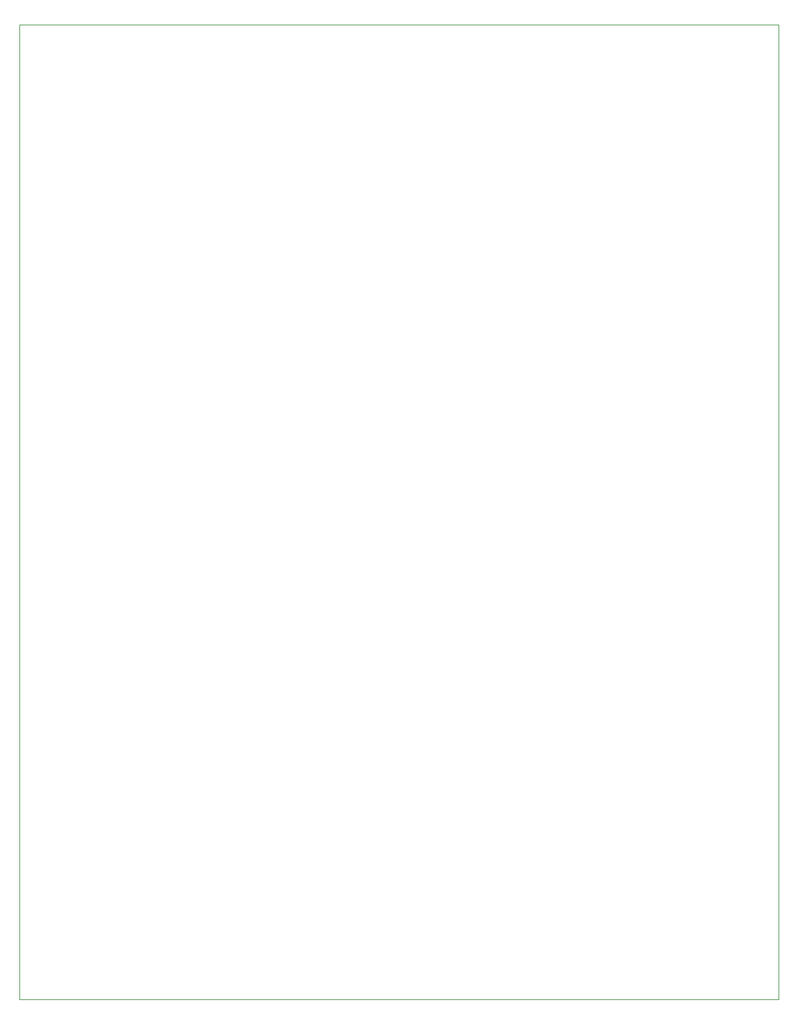
<source format=gbr>
G04 #@! TF.GenerationSoftware,KiCad,Pcbnew,8.0.1*
G04 #@! TF.CreationDate,2024-09-07T13:53:51-04:00*
G04 #@! TF.ProjectId,16ch-driver-v1,31366368-2d64-4726-9976-65722d76312e,rev?*
G04 #@! TF.SameCoordinates,Original*
G04 #@! TF.FileFunction,Profile,NP*
%FSLAX46Y46*%
G04 Gerber Fmt 4.6, Leading zero omitted, Abs format (unit mm)*
G04 Created by KiCad (PCBNEW 8.0.1) date 2024-09-07 13:53:51*
%MOMM*%
%LPD*%
G01*
G04 APERTURE LIST*
G04 #@! TA.AperFunction,Profile*
%ADD10C,0.100000*%
G04 #@! TD*
G04 APERTURE END LIST*
D10*
X88500000Y-37310000D02*
X187750000Y-37310000D01*
X187750000Y-164560000D01*
X88500000Y-164560000D01*
X88500000Y-37310000D01*
M02*

</source>
